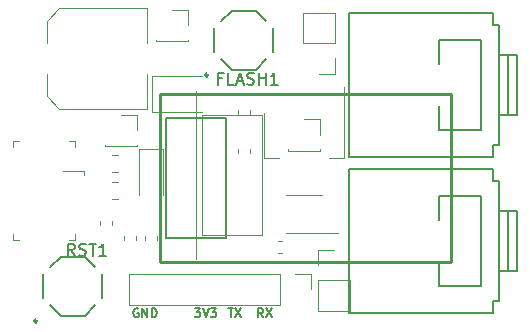
<source format=gbr>
G04 #@! TF.GenerationSoftware,KiCad,Pcbnew,5.1.6+dfsg1-1*
G04 #@! TF.CreationDate,2021-03-01T10:48:13-07:00*
G04 #@! TF.ProjectId,CurrentSensorV1,43757272-656e-4745-9365-6e736f725631,rev?*
G04 #@! TF.SameCoordinates,Original*
G04 #@! TF.FileFunction,Legend,Top*
G04 #@! TF.FilePolarity,Positive*
%FSLAX46Y46*%
G04 Gerber Fmt 4.6, Leading zero omitted, Abs format (unit mm)*
G04 Created by KiCad (PCBNEW 5.1.6+dfsg1-1) date 2021-03-01 10:48:13*
%MOMM*%
%LPD*%
G01*
G04 APERTURE LIST*
%ADD10C,0.120000*%
%ADD11C,0.100000*%
%ADD12C,0.152400*%
%ADD13C,0.254000*%
%ADD14C,0.150000*%
%ADD15C,0.249999*%
G04 APERTURE END LIST*
D10*
X147574000Y-72644000D02*
X147574000Y-74676000D01*
X147574000Y-72644000D02*
X147574000Y-86868000D01*
X153162000Y-74676000D02*
X148082000Y-74676000D01*
X153162000Y-84836000D02*
X153162000Y-74676000D01*
X148082000Y-84836000D02*
X153162000Y-84836000D01*
X148082000Y-74676000D02*
X148082000Y-84836000D01*
D11*
G04 #@! TO.C,J1*
X137528300Y-79425800D02*
X138018800Y-79425800D01*
X138099800Y-79425800D02*
X138099800Y-79725800D01*
X137506000Y-79426000D02*
X136306000Y-79426000D01*
X132106000Y-85226000D02*
X132606000Y-85226000D01*
X132106000Y-84726000D02*
X132106000Y-85226000D01*
X132106000Y-76826000D02*
X132606000Y-76826000D01*
X132106000Y-76826000D02*
X132106000Y-77326000D01*
X137356000Y-76826000D02*
X136856000Y-76826000D01*
X137356000Y-77326000D02*
X137356000Y-76826000D01*
X137356000Y-85226000D02*
X136856000Y-85226000D01*
X137356000Y-85226000D02*
X137356000Y-84726000D01*
D10*
G04 #@! TO.C,C4*
X134932000Y-73045563D02*
X135996437Y-74110000D01*
X134932000Y-66654437D02*
X135996437Y-65590000D01*
X134932000Y-66654437D02*
X134932000Y-68540000D01*
X134932000Y-73045563D02*
X134932000Y-71160000D01*
X135996437Y-74110000D02*
X143452000Y-74110000D01*
X135996437Y-65590000D02*
X143452000Y-65590000D01*
X143452000Y-65590000D02*
X143452000Y-68540000D01*
X143452000Y-74110000D02*
X143452000Y-71160000D01*
G04 #@! TO.C,J6*
X157928000Y-86046000D02*
X159258000Y-86046000D01*
X157928000Y-87376000D02*
X157928000Y-86046000D01*
X157928000Y-88646000D02*
X160588000Y-88646000D01*
X160588000Y-88646000D02*
X160588000Y-91246000D01*
X157928000Y-88646000D02*
X157928000Y-91246000D01*
X157928000Y-91246000D02*
X160588000Y-91246000D01*
D12*
G04 #@! TO.C,U2*
X150114000Y-74930000D02*
X147574000Y-74930000D01*
X150114000Y-85090000D02*
X150114000Y-74930000D01*
X145034000Y-85090000D02*
X150114000Y-85090000D01*
X145034000Y-77470000D02*
X145034000Y-85090000D01*
X145034000Y-74930000D02*
X145034000Y-77470000D01*
X147574000Y-74930000D02*
X145034000Y-74930000D01*
D13*
X144526000Y-87122000D02*
X144526000Y-72898000D01*
X169164000Y-87122000D02*
X144526000Y-87122000D01*
X169164000Y-72898000D02*
X169164000Y-87122000D01*
X144526000Y-72898000D02*
X169164000Y-72898000D01*
D10*
G04 #@! TO.C,TP2*
X156718000Y-75022000D02*
X158048000Y-75022000D01*
X158048000Y-75022000D02*
X158048000Y-76352000D01*
X158048000Y-77562000D02*
X158048000Y-77682000D01*
X155388000Y-77562000D02*
X155388000Y-77682000D01*
X155388000Y-77682000D02*
X158048000Y-77682000D01*
D14*
G04 #@! TO.C,J8*
X160528000Y-78232000D02*
X160528000Y-66040000D01*
X172720000Y-78232000D02*
X160528000Y-78232000D01*
X160528000Y-66040000D02*
X172720000Y-66040000D01*
X174752000Y-69596000D02*
X174752000Y-74676000D01*
X173228000Y-77216000D02*
X172720000Y-77216000D01*
X173228000Y-67056000D02*
X173228000Y-77216000D01*
X172974000Y-67056000D02*
X173228000Y-67056000D01*
X172720000Y-67056000D02*
X172974000Y-67056000D01*
X173990000Y-69596000D02*
X173990000Y-74676000D01*
X173228000Y-74676000D02*
X174752000Y-74676000D01*
X174752000Y-69596000D02*
X173228000Y-69596000D01*
X172720000Y-78232000D02*
X172720000Y-77216000D01*
X172720000Y-67056000D02*
X172720000Y-66040000D01*
X168148000Y-75946000D02*
X168148000Y-73914000D01*
X171704000Y-75946000D02*
X168148000Y-75946000D01*
X171704000Y-68326000D02*
X171704000Y-75946000D01*
X168148000Y-68326000D02*
X171704000Y-68326000D01*
X168148000Y-70358000D02*
X168148000Y-68326000D01*
G04 #@! TO.C,J3*
X160528000Y-91440000D02*
X160528000Y-79248000D01*
X172720000Y-91440000D02*
X160528000Y-91440000D01*
X160528000Y-79248000D02*
X172720000Y-79248000D01*
X174752000Y-82804000D02*
X174752000Y-87884000D01*
X173228000Y-90424000D02*
X172720000Y-90424000D01*
X173228000Y-80264000D02*
X173228000Y-90424000D01*
X172974000Y-80264000D02*
X173228000Y-80264000D01*
X172720000Y-80264000D02*
X172974000Y-80264000D01*
X173990000Y-82804000D02*
X173990000Y-87884000D01*
X173228000Y-87884000D02*
X174752000Y-87884000D01*
X174752000Y-82804000D02*
X173228000Y-82804000D01*
X172720000Y-91440000D02*
X172720000Y-90424000D01*
X172720000Y-80264000D02*
X172720000Y-79248000D01*
X168148000Y-89154000D02*
X168148000Y-87122000D01*
X171704000Y-89154000D02*
X168148000Y-89154000D01*
X171704000Y-81534000D02*
X171704000Y-89154000D01*
X168148000Y-81534000D02*
X171704000Y-81534000D01*
X168148000Y-83566000D02*
X168148000Y-81534000D01*
D10*
G04 #@! TO.C,D1*
X144764000Y-77506000D02*
X144764000Y-81406000D01*
X142764000Y-77506000D02*
X142764000Y-81406000D01*
X144764000Y-77506000D02*
X142764000Y-77506000D01*
D14*
G04 #@! TO.C,FLASH1*
X150637997Y-70825998D02*
X149737999Y-69925997D01*
X152637998Y-70825998D02*
X153537996Y-69925997D01*
X153537996Y-66725998D02*
X152637998Y-65825997D01*
X149737999Y-66725998D02*
X150637997Y-65825997D01*
X149137997Y-69325998D02*
X149137997Y-67325997D01*
X152637998Y-65825997D02*
X150637997Y-65825997D01*
X152637998Y-70825998D02*
X150637997Y-70825998D01*
X154137998Y-69325998D02*
X154137998Y-67325997D01*
D15*
X148613000Y-71275997D02*
G75*
G03*
X148613000Y-71275997I-125001J0D01*
G01*
D10*
G04 #@! TO.C,U3*
X160128000Y-72252000D02*
X160128000Y-78262000D01*
X153308000Y-74502000D02*
X153308000Y-78262000D01*
X160128000Y-78262000D02*
X158868000Y-78262000D01*
X153308000Y-78262000D02*
X154568000Y-78262000D01*
G04 #@! TO.C,U1*
X156718000Y-84668000D02*
X159643000Y-84668000D01*
X156718000Y-84668000D02*
X155218000Y-84668000D01*
X156718000Y-81448000D02*
X158218000Y-81448000D01*
X156718000Y-81448000D02*
X155218000Y-81448000D01*
G04 #@! TO.C,TP3*
X145542000Y-65726000D02*
X146872000Y-65726000D01*
X146872000Y-65726000D02*
X146872000Y-67056000D01*
X146872000Y-68266000D02*
X146872000Y-68386000D01*
X144212000Y-68266000D02*
X144212000Y-68386000D01*
X144212000Y-68386000D02*
X146872000Y-68386000D01*
G04 #@! TO.C,R6*
X144274000Y-85252779D02*
X144274000Y-84927221D01*
X143254000Y-85252779D02*
X143254000Y-84927221D01*
G04 #@! TO.C,R5*
X140464000Y-83982779D02*
X140464000Y-83657221D01*
X139444000Y-83982779D02*
X139444000Y-83657221D01*
G04 #@! TO.C,R3*
X154548721Y-86362000D02*
X154874279Y-86362000D01*
X154548721Y-85342000D02*
X154874279Y-85342000D01*
G04 #@! TO.C,R2*
X151128000Y-77561221D02*
X151128000Y-77886779D01*
X152148000Y-77561221D02*
X152148000Y-77886779D01*
G04 #@! TO.C,R1*
X152148000Y-74584779D02*
X152148000Y-74259221D01*
X151128000Y-74584779D02*
X151128000Y-74259221D01*
G04 #@! TO.C,FB2*
X140974578Y-78030000D02*
X140457422Y-78030000D01*
X140974578Y-79450000D02*
X140457422Y-79450000D01*
G04 #@! TO.C,FB1*
X140974578Y-80316000D02*
X140457422Y-80316000D01*
X140974578Y-81736000D02*
X140457422Y-81736000D01*
G04 #@! TO.C,C6*
X141476000Y-84927221D02*
X141476000Y-85252779D01*
X142496000Y-84927221D02*
X142496000Y-85252779D01*
G04 #@! TO.C,C2*
X143844000Y-74408000D02*
X148054000Y-74408000D01*
X143844000Y-71388000D02*
X143844000Y-74408000D01*
X148054000Y-71388000D02*
X143844000Y-71388000D01*
G04 #@! TO.C,TP1*
X141224000Y-74616000D02*
X142554000Y-74616000D01*
X142554000Y-74616000D02*
X142554000Y-75946000D01*
X142554000Y-77156000D02*
X142554000Y-77276000D01*
X139894000Y-77156000D02*
X139894000Y-77276000D01*
X139894000Y-77276000D02*
X142554000Y-77276000D01*
D14*
G04 #@! TO.C,RST1*
X136159997Y-91653998D02*
X135259999Y-90753997D01*
X138159998Y-91653998D02*
X139059996Y-90753997D01*
X139059996Y-87553998D02*
X138159998Y-86653997D01*
X135259999Y-87553998D02*
X136159997Y-86653997D01*
X134659997Y-90153998D02*
X134659997Y-88153997D01*
X138159998Y-86653997D02*
X136159997Y-86653997D01*
X138159998Y-91653998D02*
X136159997Y-91653998D01*
X139659998Y-90153998D02*
X139659998Y-88153997D01*
D15*
X134135000Y-92103997D02*
G75*
G03*
X134135000Y-92103997I-125001J0D01*
G01*
D10*
G04 #@! TO.C,J7*
X159318000Y-71180000D02*
X157988000Y-71180000D01*
X159318000Y-69850000D02*
X159318000Y-71180000D01*
X159318000Y-68580000D02*
X156658000Y-68580000D01*
X156658000Y-68580000D02*
X156658000Y-65980000D01*
X159318000Y-68580000D02*
X159318000Y-65980000D01*
X159318000Y-65980000D02*
X156658000Y-65980000D01*
G04 #@! TO.C,J2*
X157286000Y-88078000D02*
X157286000Y-89408000D01*
X155956000Y-88078000D02*
X157286000Y-88078000D01*
X154686000Y-88078000D02*
X154686000Y-90738000D01*
X154686000Y-90738000D02*
X141926000Y-90738000D01*
X154686000Y-88078000D02*
X141926000Y-88078000D01*
X141926000Y-88078000D02*
X141926000Y-90738000D01*
G04 #@! TO.C,FLASH1*
D14*
X149766928Y-71556571D02*
X149433595Y-71556571D01*
X149433595Y-72080380D02*
X149433595Y-71080380D01*
X149909785Y-71080380D01*
X150766928Y-72080380D02*
X150290738Y-72080380D01*
X150290738Y-71080380D01*
X151052642Y-71794666D02*
X151528833Y-71794666D01*
X150957404Y-72080380D02*
X151290738Y-71080380D01*
X151624071Y-72080380D01*
X151909785Y-72032761D02*
X152052642Y-72080380D01*
X152290738Y-72080380D01*
X152385976Y-72032761D01*
X152433595Y-71985142D01*
X152481214Y-71889904D01*
X152481214Y-71794666D01*
X152433595Y-71699428D01*
X152385976Y-71651809D01*
X152290738Y-71604190D01*
X152100261Y-71556571D01*
X152005023Y-71508952D01*
X151957404Y-71461333D01*
X151909785Y-71366095D01*
X151909785Y-71270857D01*
X151957404Y-71175619D01*
X152005023Y-71128000D01*
X152100261Y-71080380D01*
X152338357Y-71080380D01*
X152481214Y-71128000D01*
X152909785Y-72080380D02*
X152909785Y-71080380D01*
X152909785Y-71556571D02*
X153481214Y-71556571D01*
X153481214Y-72080380D02*
X153481214Y-71080380D01*
X154481214Y-72080380D02*
X153909785Y-72080380D01*
X154195500Y-72080380D02*
X154195500Y-71080380D01*
X154100261Y-71223238D01*
X154005023Y-71318476D01*
X153909785Y-71366095D01*
G04 #@! TO.C,RST1*
X137305023Y-86558380D02*
X136971690Y-86082190D01*
X136733595Y-86558380D02*
X136733595Y-85558380D01*
X137114547Y-85558380D01*
X137209785Y-85606000D01*
X137257404Y-85653619D01*
X137305023Y-85748857D01*
X137305023Y-85891714D01*
X137257404Y-85986952D01*
X137209785Y-86034571D01*
X137114547Y-86082190D01*
X136733595Y-86082190D01*
X137685976Y-86510761D02*
X137828833Y-86558380D01*
X138066928Y-86558380D01*
X138162166Y-86510761D01*
X138209785Y-86463142D01*
X138257404Y-86367904D01*
X138257404Y-86272666D01*
X138209785Y-86177428D01*
X138162166Y-86129809D01*
X138066928Y-86082190D01*
X137876452Y-86034571D01*
X137781214Y-85986952D01*
X137733595Y-85939333D01*
X137685976Y-85844095D01*
X137685976Y-85748857D01*
X137733595Y-85653619D01*
X137781214Y-85606000D01*
X137876452Y-85558380D01*
X138114547Y-85558380D01*
X138257404Y-85606000D01*
X138543119Y-85558380D02*
X139114547Y-85558380D01*
X138828833Y-86558380D02*
X138828833Y-85558380D01*
X139971690Y-86558380D02*
X139400261Y-86558380D01*
X139685976Y-86558380D02*
X139685976Y-85558380D01*
X139590738Y-85701238D01*
X139495500Y-85796476D01*
X139400261Y-85844095D01*
G04 #@! TO.C,J2*
X153281000Y-91779285D02*
X153031000Y-91422142D01*
X152852428Y-91779285D02*
X152852428Y-91029285D01*
X153138142Y-91029285D01*
X153209571Y-91065000D01*
X153245285Y-91100714D01*
X153281000Y-91172142D01*
X153281000Y-91279285D01*
X153245285Y-91350714D01*
X153209571Y-91386428D01*
X153138142Y-91422142D01*
X152852428Y-91422142D01*
X153531000Y-91029285D02*
X154031000Y-91779285D01*
X154031000Y-91029285D02*
X153531000Y-91779285D01*
X150304571Y-91029285D02*
X150733142Y-91029285D01*
X150518857Y-91779285D02*
X150518857Y-91029285D01*
X150911714Y-91029285D02*
X151411714Y-91779285D01*
X151411714Y-91029285D02*
X150911714Y-91779285D01*
X147477428Y-91029285D02*
X147941714Y-91029285D01*
X147691714Y-91315000D01*
X147798857Y-91315000D01*
X147870285Y-91350714D01*
X147906000Y-91386428D01*
X147941714Y-91457857D01*
X147941714Y-91636428D01*
X147906000Y-91707857D01*
X147870285Y-91743571D01*
X147798857Y-91779285D01*
X147584571Y-91779285D01*
X147513142Y-91743571D01*
X147477428Y-91707857D01*
X148156000Y-91029285D02*
X148406000Y-91779285D01*
X148656000Y-91029285D01*
X148834571Y-91029285D02*
X149298857Y-91029285D01*
X149048857Y-91315000D01*
X149156000Y-91315000D01*
X149227428Y-91350714D01*
X149263142Y-91386428D01*
X149298857Y-91457857D01*
X149298857Y-91636428D01*
X149263142Y-91707857D01*
X149227428Y-91743571D01*
X149156000Y-91779285D01*
X148941714Y-91779285D01*
X148870285Y-91743571D01*
X148834571Y-91707857D01*
X142684571Y-91065000D02*
X142613142Y-91029285D01*
X142506000Y-91029285D01*
X142398857Y-91065000D01*
X142327428Y-91136428D01*
X142291714Y-91207857D01*
X142256000Y-91350714D01*
X142256000Y-91457857D01*
X142291714Y-91600714D01*
X142327428Y-91672142D01*
X142398857Y-91743571D01*
X142506000Y-91779285D01*
X142577428Y-91779285D01*
X142684571Y-91743571D01*
X142720285Y-91707857D01*
X142720285Y-91457857D01*
X142577428Y-91457857D01*
X143041714Y-91779285D02*
X143041714Y-91029285D01*
X143470285Y-91779285D01*
X143470285Y-91029285D01*
X143827428Y-91779285D02*
X143827428Y-91029285D01*
X144006000Y-91029285D01*
X144113142Y-91065000D01*
X144184571Y-91136428D01*
X144220285Y-91207857D01*
X144256000Y-91350714D01*
X144256000Y-91457857D01*
X144220285Y-91600714D01*
X144184571Y-91672142D01*
X144113142Y-91743571D01*
X144006000Y-91779285D01*
X143827428Y-91779285D01*
G04 #@! TD*
M02*

</source>
